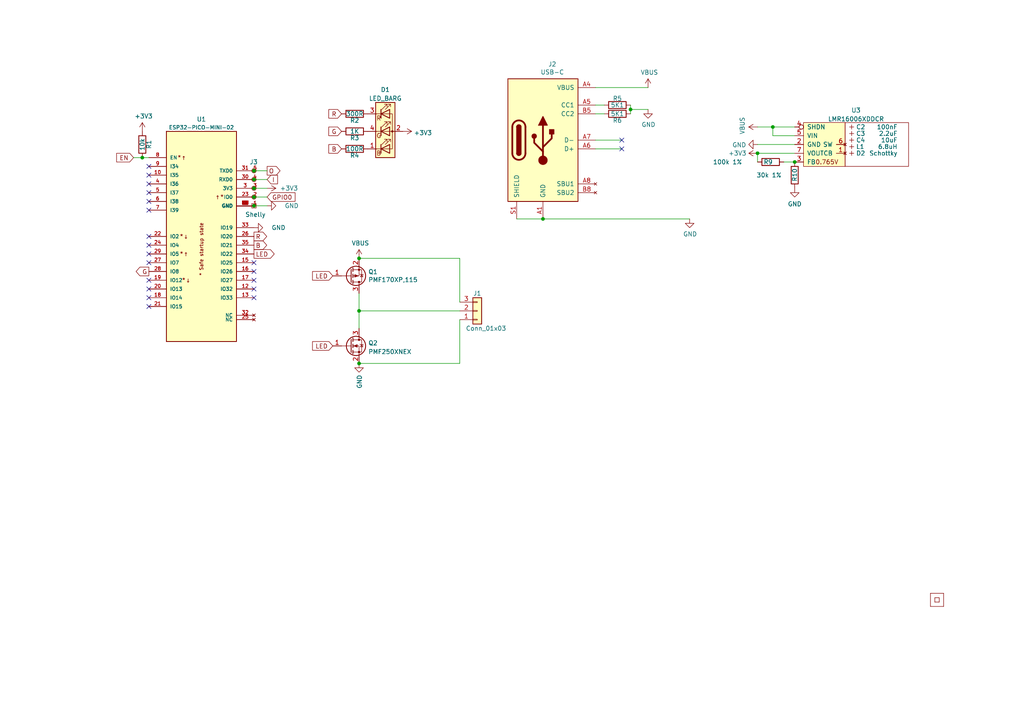
<source format=kicad_sch>
(kicad_sch (version 20211123) (generator eeschema)
  (paper "A4")
  (title_block (title "LED driver") (date "${DATE}") (rev "1") (comment 1 "@TheRealRevK") (comment 2 "www.me.uk"))
  (lib_symbols
    (symbol "Connector_Generic:Conn_01x03" (pin_names (offset 1.016) hide)
      (property "Reference" "J" (at 0 5.08 0))
      (property "Value" "Conn_01x03" (at 0 -5.08 0))
      (symbol "Conn_01x03_1_1"
        (rectangle (start -1.27 -2.413) (end 0 -2.667) (stroke (width 0.1524)))
        (rectangle (start -1.27 0.127) (end 0 -0.127) (stroke (width 0.1524)))
        (rectangle (start -1.27 2.667) (end 0 2.413) (stroke (width 0.1524)))
        (rectangle (start -1.27 3.81) (end 1.27 -3.81) (stroke (width 0.254)) (fill (type background)))
        (pin passive line (at -5.08 2.54 0) (length 3.81) (name "Pin_1") (number "1"))
        (pin passive line (at -5.08 0 0) (length 3.81) (name "Pin_2") (number "2"))
        (pin passive line (at -5.08 -2.54 0) (length 3.81) (name "Pin_3") (number "3"))
      )
    )
    (symbol "Device:LED_BARG" (pin_names (offset 0) hide)
      (property "Reference" "D" (at 0 9.398 0))
      (property "Value" "LED_BARG" (at 0 -8.89 0))
      (symbol "LED_BARG_0_0"
        (text "B" (at -1.905 -6.35 0) (effects (font (size 1.27 1.27))))
        (text "G" (at -1.905 -1.27 0) (effects (font (size 1.27 1.27))))
        (text "R" (at -1.905 3.81 0) (effects (font (size 1.27 1.27))))
      )
      (symbol "LED_BARG_0_1"
        (polyline (pts (xy -1.27 -5.08) (xy -2.54 -5.08)))
        (polyline (pts (xy -1.27 -5.08) (xy 1.27 -5.08)))
        (polyline (pts (xy -1.27 -3.81) (xy -1.27 -6.35)) (stroke (width 0.254)))
        (polyline (pts (xy -1.27 0) (xy -2.54 0)))
        (polyline (pts (xy -1.27 1.27) (xy -1.27 -1.27)) (stroke (width 0.254)))
        (polyline (pts (xy -1.27 5.08) (xy -2.54 5.08)))
        (polyline (pts (xy -1.27 5.08) (xy 1.27 5.08)))
        (polyline (pts (xy -1.27 6.35) (xy -1.27 3.81)) (stroke (width 0.254)))
        (polyline (pts (xy 1.27 0) (xy -1.27 0)))
        (polyline (pts (xy 1.27 0) (xy 2.54 0)))
        (polyline (pts (xy -1.27 1.27) (xy -1.27 -1.27) (xy -1.27 -1.27)))
        (polyline (pts (xy -1.27 6.35) (xy -1.27 3.81) (xy -1.27 3.81)))
        (polyline (pts (xy 1.27 -5.08) (xy 2.032 -5.08) (xy 2.032 5.08) (xy 1.27 5.08)))
        (polyline (pts (xy 1.27 -3.81) (xy 1.27 -6.35) (xy -1.27 -5.08) (xy 1.27 -3.81)) (stroke (width 0.254)))
        (polyline (pts (xy 1.27 1.27) (xy 1.27 -1.27) (xy -1.27 0) (xy 1.27 1.27)) (stroke (width 0.254)))
        (polyline (pts (xy 1.27 6.35) (xy 1.27 3.81) (xy -1.27 5.08) (xy 1.27 6.35)) (stroke (width 0.254)))
        (polyline (pts (xy -1.016 -3.81) (xy 0.508 -2.286) (xy -0.254 -2.286) (xy 0.508 -2.286) (xy 0.508 -3.048)))
        (polyline (pts (xy -1.016 1.27) (xy 0.508 2.794) (xy -0.254 2.794) (xy 0.508 2.794) (xy 0.508 2.032)))
        (polyline (pts (xy -1.016 6.35) (xy 0.508 7.874) (xy -0.254 7.874) (xy 0.508 7.874) (xy 0.508 7.112)))
        (polyline (pts (xy 0 -3.81) (xy 1.524 -2.286) (xy 0.762 -2.286) (xy 1.524 -2.286) (xy 1.524 -3.048)))
        (polyline (pts (xy 0 1.27) (xy 1.524 2.794) (xy 0.762 2.794) (xy 1.524 2.794) (xy 1.524 2.032)))
        (polyline (pts (xy 0 6.35) (xy 1.524 7.874) (xy 0.762 7.874) (xy 1.524 7.874) (xy 1.524 7.112)))
        (rectangle (start 1.27 -1.27) (end 1.27 1.27))
        (rectangle (start 1.27 1.27) (end 1.27 1.27))
        (rectangle (start 1.27 3.81) (end 1.27 6.35))
        (rectangle (start 1.27 6.35) (end 1.27 6.35))
        (circle (center 2.032 0) (radius 0.254) (fill (type outline)))
        (rectangle (start 2.794 8.382) (end -2.794 -7.62) (stroke (width 0.254)) (fill (type background)))
      )
      (symbol "LED_BARG_1_1"
        (pin passive line (at -5.08 -5.08 0) (length 2.54) (name "BK") (number "1"))
        (pin passive line (at 5.08 0 180) (length 2.54) (name "A") (number "2"))
        (pin passive line (at -5.08 5.08 0) (length 2.54) (name "RK") (number "3"))
        (pin passive line (at -5.08 0 0) (length 2.54) (name "GK") (number "4"))
      )
    )
    (symbol "Device:Q_PMOS_GSD" (pin_names (offset 0) hide)
      (property "Reference" "Q" (at 5.08 1.27 0))
      (property "Value" "Q_PMOS_GSD" (at 5.08 -1.27 0))
      (symbol "Q_PMOS_GSD_0_1"
        (polyline (pts (xy 0.254 0) (xy -2.54 0)))
        (polyline (pts (xy 0.254 1.905) (xy 0.254 -1.905)) (stroke (width 0.254)))
        (polyline (pts (xy 0.762 -1.27) (xy 0.762 -2.286)) (stroke (width 0.254)))
        (polyline (pts (xy 0.762 0.508) (xy 0.762 -0.508)) (stroke (width 0.254)))
        (polyline (pts (xy 0.762 2.286) (xy 0.762 1.27)) (stroke (width 0.254)))
        (polyline (pts (xy 2.54 2.54) (xy 2.54 1.778)))
        (polyline (pts (xy 2.54 -2.54) (xy 2.54 0) (xy 0.762 0)))
        (polyline (pts (xy 0.762 1.778) (xy 3.302 1.778) (xy 3.302 -1.778) (xy 0.762 -1.778)))
        (polyline (pts (xy 2.286 0) (xy 1.27 0.381) (xy 1.27 -0.381) (xy 2.286 0)) (fill (type outline)))
        (polyline (pts (xy 2.794 -0.508) (xy 2.921 -0.381) (xy 3.683 -0.381) (xy 3.81 -0.254)))
        (polyline (pts (xy 3.302 -0.381) (xy 2.921 0.254) (xy 3.683 0.254) (xy 3.302 -0.381)))
        (circle (center 1.651 0) (radius 2.794) (stroke (width 0.254)))
        (circle (center 2.54 -1.778) (radius 0.254) (fill (type outline)))
        (circle (center 2.54 1.778) (radius 0.254) (fill (type outline)))
      )
      (symbol "Q_PMOS_GSD_1_1"
        (pin input line (at -5.08 0 0) (length 2.54) (name "G") (number "1"))
        (pin passive line (at 2.54 -5.08 90) (length 2.54) (name "S") (number "2"))
        (pin passive line (at 2.54 5.08 270) (length 2.54) (name "D") (number "3"))
      )
    )
    (symbol "Device:R" (pin_numbers hide) (pin_names (offset 0))
      (property "Reference" "R" (at 2.032 0 90))
      (property "Value" "R" (at 0 0 90))
      (symbol "R_0_1"
        (rectangle (start -1.016 -2.54) (end 1.016 2.54) (stroke (width 0.254)))
      )
      (symbol "R_1_1"
        (pin passive line (at 0 3.81 270) (length 1.27) (name "~") (number "1"))
        (pin passive line (at 0 -3.81 90) (length 1.27) (name "~") (number "2"))
      )
    )
    (symbol "RevK:ESP32-PICO-MINI-02" (pin_names (offset 1.016))
      (property "Reference" "U" (at -10.16 -33.02 0))
      (property "Value" "ESP32-PICO-MINI-02" (at 0 27.94 0))
      (property "LCSC Part #" "C2980306" (at 0 0 0))
      (symbol "ESP32-PICO-MINI-02_0_0"
        (rectangle (start -10.16 -30.48) (end 10.16 30.48) (stroke (width 0.254)) (fill (type background)))
        (text "* Safe startup state" (at 0 -11.43 900) (effects (font (size 1 1)) (justify left)))
        (text "*↑" (at -6.985 22.86 0) (effects (font (size 1.27 1.27)) (justify left)))
        (text "*↑" (at -6.35 -5.08 0) (effects (font (size 1.27 1.27)) (justify left)))
        (text "*↓" (at -6.35 0 0) (effects (font (size 1.27 1.27)) (justify left)))
        (text "*↓" (at -5.715 -12.7 0) (effects (font (size 1.27 1.27)) (justify left)))
        (text "↑*" (at 3.81 11.43 0) (effects (font (size 1.27 1.27)) (justify left)))
        (pin power_in line (at 15.24 8.89 180) (length 5.08) (name "GND") (number "1"))
        (pin input line (at -15.24 17.78 0) (length 5.08) (name "I35") (number "10"))
        (pin power_in line (at 15.24 8.89 180) (length 5.08) (name "GND") (number "11"))
        (pin bidirectional line (at 15.24 -15.24 180) (length 5.08) (name "IO32") (number "12"))
        (pin bidirectional line (at 15.24 -17.78 180) (length 5.08) (name "IO33") (number "13"))
        (pin power_in line (at 15.24 8.89 180) (length 5.08) (name "GND") (number "14"))
        (pin bidirectional line (at 15.24 -7.62 180) (length 5.08) (name "IO25") (number "15"))
        (pin bidirectional line (at 15.24 -10.16 180) (length 5.08) (name "IO26") (number "16"))
        (pin bidirectional line (at 15.24 -12.7 180) (length 5.08) (name "IO27") (number "17"))
        (pin bidirectional line (at -15.24 -17.78 0) (length 5.08) (name "IO14") (number "18"))
        (pin bidirectional line (at -15.24 -12.7 0) (length 5.08) (name "IO12") (number "19"))
        (pin power_in line (at 15.24 8.89 180) (length 5.08) (name "GND") (number "2"))
        (pin bidirectional line (at -15.24 -15.24 0) (length 5.08) (name "IO13") (number "20"))
        (pin bidirectional line (at -15.24 -20.32 0) (length 5.08) (name "IO15") (number "21"))
        (pin bidirectional line (at -15.24 0 0) (length 5.08) (name "IO2") (number "22"))
        (pin bidirectional line (at 15.24 11.43 180) (length 5.08) (name "IO0") (number "23"))
        (pin bidirectional line (at -15.24 -2.54 0) (length 5.08) (name "IO4") (number "24"))
        (pin no_connect line (at 15.24 -24.13 180) (length 5.08) (name "NC") (number "25"))
        (pin bidirectional line (at 15.24 0 180) (length 5.08) (name "IO20") (number "26"))
        (pin bidirectional line (at -15.24 -7.62 0) (length 5.08) (name "IO7") (number "27"))
        (pin bidirectional line (at -15.24 -10.16 0) (length 5.08) (name "IO8") (number "28"))
        (pin bidirectional line (at -15.24 -5.08 0) (length 5.08) (name "IO5") (number "29"))
        (pin power_in line (at 15.24 13.97 180) (length 5.08) (name "3V3") (number "3"))
        (pin bidirectional line (at 15.24 16.51 180) (length 5.08) (name "RXD0") (number "30"))
        (pin bidirectional line (at 15.24 19.05 180) (length 5.08) (name "TXD0") (number "31"))
        (pin no_connect line (at 15.24 -22.86 180) (length 5.08) (name "NC") (number "32"))
        (pin bidirectional line (at 15.24 2.54 180) (length 5.08) (name "IO19") (number "33"))
        (pin bidirectional line (at 15.24 -5.08 180) (length 5.08) (name "IO22") (number "34"))
        (pin bidirectional line (at 15.24 -2.54 180) (length 5.08) (name "IO21") (number "35"))
        (pin power_in line (at 15.24 8.89 180) (length 5.08) (name "GND") (number "36"))
        (pin power_in line (at 15.24 8.89 180) (length 5.08) (name "GND") (number "37"))
        (pin power_in line (at 15.24 8.89 180) (length 5.08) (name "GND") (number "38"))
        (pin power_in line (at 15.24 8.89 180) (length 5.08) (name "GND") (number "39"))
        (pin input line (at -15.24 15.24 0) (length 5.08) (name "I36") (number "4"))
        (pin power_in line (at 15.24 8.89 180) (length 5.08) (name "GND") (number "40"))
        (pin power_in line (at 15.24 8.89 180) (length 5.08) (name "GND") (number "41"))
        (pin power_in line (at 15.24 8.89 180) (length 5.08) (name "GND") (number "42"))
        (pin power_in line (at 15.24 8.89 180) (length 5.08) (name "GND") (number "43"))
        (pin power_in line (at 15.24 8.89 180) (length 5.08) (name "GND") (number "44"))
        (pin power_in line (at 15.24 8.89 180) (length 5.08) (name "GND") (number "45"))
        (pin power_in line (at 15.24 8.89 180) (length 5.08) (name "GND") (number "46"))
        (pin power_in line (at 15.24 8.89 180) (length 5.08) (name "GND") (number "47"))
        (pin power_in line (at 15.24 8.89 180) (length 5.08) (name "GND") (number "48"))
        (pin power_in line (at 15.24 8.89 180) (length 5.08) (name "GND") (number "49"))
        (pin input line (at -15.24 12.7 0) (length 5.08) (name "I37") (number "5"))
        (pin power_in line (at 15.24 8.89 180) (length 5.08) (name "GND") (number "50"))
        (pin power_in line (at 15.24 8.89 180) (length 5.08) (name "GND") (number "51"))
        (pin power_in line (at 15.24 8.89 180) (length 5.08) (name "GND") (number "52"))
        (pin power_in line (at 15.24 8.89 180) (length 5.08) (name "GND") (number "53"))
        (pin input line (at -15.24 10.16 0) (length 5.08) (name "I38") (number "6"))
        (pin input line (at -15.24 7.62 0) (length 5.08) (name "I39") (number "7"))
        (pin input line (at -15.24 22.86 0) (length 5.08) (name "EN") (number "8"))
        (pin input line (at -15.24 20.32 0) (length 5.08) (name "I34") (number "9"))
      )
    )
    (symbol "RevK:Hidden" (pin_names (offset 1.016))
      (property "Reference" "Z" (at 0.635 0 0))
      (property "Value" "Hidden" (at 4.445 0 0))
      (symbol "Hidden_0_1"
        (polyline (pts (xy -0.635 0) (xy 0.635 0)) (stroke (width 0.1524)))
        (polyline (pts (xy 0 0.635) (xy 0 -0.635)) (stroke (width 0.1524)))
      )
      (symbol "Hidden_1_1"
        (pin no_connect non_logic (at 0 -2.54 90) (length 2.54) hide (name "~") (number "~"))
      )
    )
    (symbol "RevK:LMR16006XDDCR" (pin_names (offset 1.016))
      (property "Reference" "U" (at 11.43 2.54 0))
      (property "Value" "LMR16006XDDCR" (at 7.62 -12.7 0))
      (symbol "LMR16006XDDCR_0_0"
        (rectangle (start 2.54 1.27) (end 14.605 -11.43) (fill (type background)))
        (text "0.765V" (at 12.7 -10.16 0) (effects (font (size 1.27 1.27)) (justify right)))
      )
      (symbol "LMR16006XDDCR_0_1"
        (rectangle (start 14.605 1.27) (end 33.02 -11.43))
      )
      (symbol "LMR16006XDDCR_1_1"
        (pin no_connect line (at 14.605 -7.62 180) (length 2.54) (name "CB") (number "1"))
        (pin power_in line (at 0 -5.08 0) (length 2.54) (name "GND") (number "2"))
        (pin passive line (at 0 -10.16 0) (length 2.54) (name "FB") (number "3"))
        (pin input inverted (at 0 0 0) (length 2.54) (name "SHDN") (number "4"))
        (pin power_in line (at 0 -2.54 0) (length 2.54) (name "VIN") (number "5"))
        (pin no_connect line (at 14.605 -5.08 180) (length 2.54) (name "SW") (number "6"))
        (pin power_out line (at 0 -7.62 0) (length 2.54) (name "VOUT") (number "7"))
      )
    )
    (symbol "RevK:NX7002AK" (pin_names (offset 0) hide)
      (property "Reference" "Q" (at 5.08 1.27 0))
      (property "Value" "NX7002AK" (at 5.08 -1.27 0))
      (symbol "NX7002AK_0_1"
        (polyline (pts (xy 0.254 0) (xy -2.54 0)))
        (polyline (pts (xy 0.254 1.905) (xy 0.254 -1.905)) (stroke (width 0.254)))
        (polyline (pts (xy 0.762 -1.27) (xy 0.762 -2.286)) (stroke (width 0.254)))
        (polyline (pts (xy 0.762 0.508) (xy 0.762 -0.508)) (stroke (width 0.254)))
        (polyline (pts (xy 0.762 2.286) (xy 0.762 1.27)) (stroke (width 0.254)))
        (polyline (pts (xy 2.54 2.54) (xy 2.54 1.778)))
        (polyline (pts (xy 2.54 -2.54) (xy 2.54 0) (xy 0.762 0)))
        (polyline (pts (xy 0.762 -1.778) (xy 3.302 -1.778) (xy 3.302 1.778) (xy 0.762 1.778)))
        (polyline (pts (xy 1.016 0) (xy 2.032 0.381) (xy 2.032 -0.381) (xy 1.016 0)) (fill (type outline)))
        (polyline (pts (xy 2.794 0.508) (xy 2.921 0.381) (xy 3.683 0.381) (xy 3.81 0.254)))
        (polyline (pts (xy 3.302 0.381) (xy 2.921 -0.254) (xy 3.683 -0.254) (xy 3.302 0.381)))
        (circle (center 1.651 0) (radius 2.794) (stroke (width 0.254)))
        (circle (center 2.54 -1.778) (radius 0.254) (fill (type outline)))
        (circle (center 2.54 1.778) (radius 0.254) (fill (type outline)))
      )
      (symbol "NX7002AK_1_1"
        (pin input line (at -5.08 0 0) (length 2.54) (name "G") (number "1"))
        (pin passive line (at 2.54 -5.08 90) (length 2.54) (name "S") (number "2"))
        (pin passive line (at 2.54 5.08 270) (length 2.54) (name "D") (number "3"))
      )
    )
    (symbol "RevK:QR" (pin_names (offset 1.016)) (in_bom no)
      (symbol "QR_0_1"
        (rectangle (start -1.905 -1.905) (end -1.905 1.905))
        (rectangle (start -1.905 1.905) (end 1.905 1.905))
        (rectangle (start -0.635 -0.635) (end -0.635 0.635))
        (rectangle (start -0.635 0.635) (end 0.635 0.635))
        (rectangle (start 0.635 -0.635) (end -0.635 -0.635))
        (rectangle (start 0.635 0.635) (end 0.635 -0.635))
        (rectangle (start 1.905 -1.905) (end -1.905 -1.905))
        (rectangle (start 1.905 1.905) (end 1.905 -1.905))
      )
    )
    (symbol "RevK:Shelly" (in_bom no)
      (property "Reference" "J" (at 2.54 -8.255 0))
      (property "Value" "Shelly" (at 2.54 9.525 0))
      (symbol "Shelly_0_1"
        (circle (center 0 -2.54) (radius 0.635) (stroke (width 0.1524)))
        (circle (center 0 0) (radius 0.635) (stroke (width 0.1524)))
        (circle (center 0 2.54) (radius 0.635) (stroke (width 0.1524)))
        (circle (center 0 5.08) (radius 0.635) (stroke (width 0.1524)))
        (rectangle (start 0.635 -5.715) (end -0.635 -4.445) (stroke (width 0.1524)))
      )
      (symbol "Shelly_1_1"
        (pin passive line (at 0 -5.08 0) (length 0.64) (name "GND") (number "1"))
        (pin passive line (at 0 -2.54 0) (length 0.64) (name "0") (number "2"))
        (pin passive line (at 0 0 0) (length 0.64) (name "3V3") (number "3"))
        (pin passive line (at 0 2.54 0) (length 0.64) (name "Rx") (number "4"))
        (pin passive line (at 0 5.08 0) (length 0.64) (name "Tx") (number "5"))
      )
    )
    (symbol "RevK:USB-C" (pin_names (offset 1.016))
      (property "Reference" "J" (at -10.16 19.05 0))
      (property "Value" "USB-C" (at -7.62 15.24 0))
      (symbol "USB-C_0_1"
        (rectangle (start -10.16 17.78) (end 10.16 -17.78) (stroke (width 0.254)) (fill (type background)))
        (arc (start -8.89 -3.81) (mid -6.985 -5.715) (end -5.08 -3.81) (stroke (width 0.508)))
        (arc (start -7.62 -3.81) (mid -6.985 -4.445) (end -6.35 -3.81) (stroke (width 0.254)))
        (arc (start -7.62 -3.81) (mid -6.985 -4.445) (end -6.35 -3.81) (stroke (width 0.254)) (fill (type outline)))
        (rectangle (start -7.62 -3.81) (end -6.35 3.81) (stroke (width 0.254)) (fill (type outline)))
        (arc (start -6.35 3.81) (mid -6.985 4.445) (end -7.62 3.81) (stroke (width 0.254)))
        (arc (start -6.35 3.81) (mid -6.985 4.445) (end -7.62 3.81) (stroke (width 0.254)) (fill (type outline)))
        (arc (start -5.08 3.81) (mid -6.985 5.715) (end -8.89 3.81) (stroke (width 0.508)))
        (circle (center -2.54 1.143) (radius 0.635) (stroke (width 0.254)) (fill (type outline)))
        (circle (center 0 -5.842) (radius 1.27) (fill (type outline)))
        (polyline (pts (xy -8.89 -3.81) (xy -8.89 3.81)) (stroke (width 0.508)))
        (polyline (pts (xy -5.08 3.81) (xy -5.08 -3.81)) (stroke (width 0.508)))
        (polyline (pts (xy 0 -5.842) (xy 0 4.318)) (stroke (width 0.508)))
        (polyline (pts (xy 0 -3.302) (xy -2.54 -0.762) (xy -2.54 0.508)) (stroke (width 0.508)))
        (polyline (pts (xy 0 -2.032) (xy 2.54 0.508) (xy 2.54 1.778)) (stroke (width 0.508)))
        (polyline (pts (xy -1.27 4.318) (xy 0 6.858) (xy 1.27 4.318) (xy -1.27 4.318)) (stroke (width 0.254)) (fill (type outline)))
        (rectangle (start 1.905 1.778) (end 3.175 3.048) (stroke (width 0.254)) (fill (type outline)))
      )
      (symbol "USB-C_1_1"
        (pin power_out line (at 0 -22.86 90) (length 5.08) (name "GND") (number "A1"))
        (pin passive line (at 0 -22.86 90) (length 5.08) hide (name "GND") (number "A12"))
        (pin power_out line (at 15.24 15.24 180) (length 5.08) (name "VBUS") (number "A4"))
        (pin bidirectional line (at 15.24 10.16 180) (length 5.08) (name "CC1") (number "A5"))
        (pin bidirectional line (at 15.24 -2.54 180) (length 5.08) (name "D+") (number "A6"))
        (pin bidirectional line (at 15.24 0 180) (length 5.08) (name "D-") (number "A7"))
        (pin no_connect line (at 15.24 -12.7 180) (length 5.08) (name "SBU1") (number "A8"))
        (pin passive line (at 15.24 15.24 180) (length 5.08) hide (name "VBUS") (number "A9"))
        (pin passive line (at 0 -22.86 90) (length 5.08) hide (name "GND") (number "B1"))
        (pin passive line (at 0 -22.86 90) (length 5.08) hide (name "GND") (number "B12"))
        (pin passive line (at 15.24 15.24 180) (length 5.08) hide (name "VBUS") (number "B4"))
        (pin bidirectional line (at 15.24 7.62 180) (length 5.08) (name "CC2") (number "B5"))
        (pin bidirectional line (at 15.24 -2.54 180) (length 5.08) hide (name "D+") (number "B6"))
        (pin bidirectional line (at 15.24 0 180) (length 5.08) hide (name "D-") (number "B7"))
        (pin no_connect line (at 15.24 -15.24 180) (length 5.08) (name "SBU2") (number "B8"))
        (pin passive line (at 15.24 15.24 180) (length 5.08) hide (name "VBUS") (number "B9"))
        (pin passive line (at -7.62 -22.86 90) (length 5.08) (name "SHIELD") (number "S1"))
      )
    )
    (symbol "power:+3.3V" (power) (pin_names (offset 0))
      (property "Value" "+3.3V" (at 0 3.556 0))
      (symbol "+3.3V_0_1"
        (polyline (pts (xy -0.762 1.27) (xy 0 2.54)))
        (polyline (pts (xy 0 0) (xy 0 2.54)))
        (polyline (pts (xy 0 2.54) (xy 0.762 1.27)))
      )
      (symbol "+3.3V_1_1"
        (pin power_in line (at 0 0 90) (length 0) hide (name "+3V3") (number "1"))
      )
    )
    (symbol "power:GND" (power) (pin_names (offset 0))
      (property "Value" "GND" (at 0 -3.81 0))
      (symbol "GND_0_1"
        (polyline (pts (xy 0 0) (xy 0 -1.27) (xy 1.27 -1.27) (xy 0 -2.54) (xy -1.27 -1.27) (xy 0 -1.27)))
      )
      (symbol "GND_1_1"
        (pin power_in line (at 0 0 270) (length 0) hide (name "GND") (number "1"))
      )
    )
    (symbol "power:VBUS" (power) (pin_names (offset 0))
      (property "Value" "VBUS" (at 0 3.81 0))
      (symbol "VBUS_0_1"
        (polyline (pts (xy -0.762 1.27) (xy 0 2.54)))
        (polyline (pts (xy 0 0) (xy 0 2.54)))
        (polyline (pts (xy 0 2.54) (xy 0.762 1.27)))
      )
      (symbol "VBUS_1_1"
        (pin power_in line (at 0 0 90) (length 0) hide (name "VBUS") (number "1"))
      )
    )
  )
  (junction (at 73.66 54.61))
  (junction (at 219.71 44.45))
  (junction (at 230.505 46.99))
  (junction (at 73.66 57.15))
  (junction (at 73.66 52.07))
  (junction (at 73.66 49.53))
  (junction (at 104.14 90.17))
  (junction (at 41.275 45.72))
  (junction (at 157.48 63.5))
  (junction (at 224.155 36.83))
  (junction (at 182.88 31.75))
  (junction (at 73.66 59.69))
  (junction (at 104.14 74.93))
  (junction (at 104.14 105.41))
  (no_connect (at 43.18 71.12))
  (no_connect (at 180.34 43.18))
  (no_connect (at 43.18 76.2))
  (no_connect (at 180.34 40.64))
  (no_connect (at 73.66 76.2))
  (no_connect (at 43.18 86.36))
  (no_connect (at 43.18 81.28))
  (no_connect (at 43.18 73.66))
  (no_connect (at 43.18 53.34))
  (no_connect (at 43.18 50.8))
  (no_connect (at 43.18 48.26))
  (no_connect (at 73.66 78.74))
  (no_connect (at 73.66 81.28))
  (no_connect (at 43.18 60.96))
  (no_connect (at 43.18 68.58))
  (no_connect (at 73.66 86.36))
  (no_connect (at 43.18 88.9))
  (no_connect (at 43.18 55.88))
  (no_connect (at 43.18 58.42))
  (no_connect (at 43.18 83.82))
  (no_connect (at 73.66 83.82))
  (wire (pts (xy 133.35 90.17) (xy 104.14 90.17)))
  (wire (pts (xy 41.275 45.72) (xy 43.18 45.72)))
  (wire (pts (xy 182.88 31.75) (xy 182.88 33.02)))
  (wire (pts (xy 227.33 46.99) (xy 230.505 46.99)))
  (wire (pts (xy 219.71 44.45) (xy 230.505 44.45)))
  (wire (pts (xy 219.71 44.45) (xy 219.71 46.99)))
  (wire (pts (xy 73.66 52.07) (xy 77.47 52.07)))
  (wire (pts (xy 157.48 63.5) (xy 200.025 63.5)))
  (wire (pts (xy 224.155 39.37) (xy 230.505 39.37)))
  (wire (pts (xy 38.735 45.72) (xy 41.275 45.72)))
  (wire (pts (xy 133.35 74.93) (xy 133.35 87.63)))
  (wire (pts (xy 73.66 54.61) (xy 77.47 54.61)))
  (wire (pts (xy 104.14 74.93) (xy 133.35 74.93)))
  (wire (pts (xy 133.35 105.41) (xy 133.35 92.71)))
  (wire (pts (xy 224.155 36.83) (xy 224.155 39.37)))
  (wire (pts (xy 219.71 41.91) (xy 230.505 41.91)))
  (wire (pts (xy 149.86 63.5) (xy 157.48 63.5)))
  (wire (pts (xy 172.72 40.64) (xy 180.34 40.64)))
  (wire (pts (xy 219.71 36.83) (xy 224.155 36.83)))
  (wire (pts (xy 187.96 31.75) (xy 182.88 31.75)))
  (wire (pts (xy 73.66 49.53) (xy 77.47 49.53)))
  (wire (pts (xy 73.66 57.15) (xy 77.47 57.15)))
  (wire (pts (xy 73.66 59.69) (xy 77.47 59.69)))
  (wire (pts (xy 182.88 30.48) (xy 182.88 31.75)))
  (wire (pts (xy 104.14 105.41) (xy 133.35 105.41)))
  (wire (pts (xy 172.72 30.48) (xy 175.26 30.48)))
  (wire (pts (xy 224.155 36.83) (xy 230.505 36.83)))
  (wire (pts (xy 172.72 33.02) (xy 175.26 33.02)))
  (wire (pts (xy 104.14 90.17) (xy 104.14 95.25)))
  (wire (pts (xy 172.72 43.18) (xy 180.34 43.18)))
  (wire (pts (xy 104.14 85.09) (xy 104.14 90.17)))
  (wire (pts (xy 172.72 25.4) (xy 187.96 25.4)))
  (global_label "LED" (shape input) (at 96.52 80.01 180) (property "Intersheet References" "${INTERSHEET_REFS}" (effects hide)))
  (global_label "O" (shape output) (at 77.47 49.53 0) (property "Intersheet References" "${INTERSHEET_REFS}" (effects hide)))
  (global_label "B" (shape input) (at 99.06 43.18 180) (property "Intersheet References" "${INTERSHEET_REFS}" (effects hide)))
  (global_label "EN" (shape input) (at 38.735 45.72 180) (property "Intersheet References" "${INTERSHEET_REFS}" (effects hide)))
  (global_label "G" (shape input) (at 99.06 38.1 180) (property "Intersheet References" "${INTERSHEET_REFS}" (effects hide)))
  (global_label "G" (shape output) (at 43.18 78.74 180) (property "Intersheet References" "${INTERSHEET_REFS}" (effects hide)))
  (global_label "LED" (shape input) (at 96.52 100.33 180) (property "Intersheet References" "${INTERSHEET_REFS}" (effects hide)))
  (global_label "I" (shape input) (at 77.47 52.07 0) (property "Intersheet References" "${INTERSHEET_REFS}" (effects hide)))
  (global_label "R" (shape input) (at 99.06 33.02 180) (property "Intersheet References" "${INTERSHEET_REFS}" (effects hide)))
  (global_label "R" (shape output) (at 73.66 68.58 0) (property "Intersheet References" "${INTERSHEET_REFS}" (effects hide)))
  (global_label "LED" (shape output) (at 73.66 73.66 0) (property "Intersheet References" "${INTERSHEET_REFS}" (effects hide)))
  (global_label "B" (shape output) (at 73.66 71.12 0) (property "Intersheet References" "${INTERSHEET_REFS}" (effects hide)))
  (global_label "GPIO0" (shape input) (at 77.47 57.15 0) (property "Intersheet References" "${INTERSHEET_REFS}" (effects hide)))
  (symbol (lib_id "Device:R") (at 179.07 30.48 90) (unit 1)
    (property "Reference" "R5" (at 179.07 28.575 90))
    (property "Value" "5K1" (at 179.07 30.48 90))
    (property "Footprint" "RevK:R_0603" (effects hide))
  )
  (symbol (lib_id "power:VBUS") (at 187.96 25.4 0) (unit 1)
    (property "Reference" "#PWR010" (effects hide))
    (property "Value" "VBUS" (at 188.341 21.0058 0))
  )
  (symbol (lib_id "power:+3.3V") (at 77.47 54.61 270) (unit 1)
    (property "Reference" "#PWR04" (effects hide))
    (property "Value" "+3.3V" (at 83.82 54.61 90))
  )
  (symbol (lib_id "power:GND") (at 187.96 31.75 0) (unit 1)
    (property "Reference" "#PWR011" (effects hide))
    (property "Value" "GND" (at 188.087 36.1442 0))
  )
  (symbol (lib_id "power:GND") (at 200.025 63.5 0) (unit 1)
    (property "Reference" "#PWR012" (effects hide))
    (property "Value" "GND" (at 200.152 67.8942 0))
  )
  (symbol (lib_id "Device:R") (at 179.07 33.02 270) (unit 1)
    (property "Reference" "R6" (at 179.07 34.925 90))
    (property "Value" "5K1" (at 179.07 33.02 90))
    (property "Footprint" "RevK:R_0603" (effects hide))
  )
  (symbol (lib_id "power:GND") (at 77.47 59.69 90) (unit 1)
    (property "Reference" "#PWR05" (effects hide))
    (property "Value" "GND" (at 82.55 59.69 90) (effects (justify right)))
  )
  (symbol (lib_id "RevK:USB-C") (at 157.48 40.64 0) (unit 1)
    (property "Reference" "J2" (at 160.1978 18.6182 0))
    (property "Value" "USB-C" (at 160.1978 20.9296 0))
    (property "Footprint" "RevK:USC16-TR" (effects hide))
    (property "Datasheet" "https://www.usb.org/sites/default/files/documents/usb_type-c.zip" (effects hide))
    (property "Manufacturer" "Valcon" (effects hide))
    (property "Part No" "CSP-USC16-TR" (effects hide))
    (property "Order URL" "https://www.toby.co.uk/signal-to-board-connectors/usb-connectors/csp-usc16-tr-valcon-usb-type-c-surface-mount-pcb-socket/" (effects hide))
  )
  (symbol (lib_id "RevK:NX7002AK") (at 101.6 100.33 0) (unit 1)
    (property "Reference" "Q2" (at 106.807 99.4953 0) (effects (justify left)))
    (property "Value" "PMF250XNEX" (at 106.807 102.0322 0) (effects (justify left)))
    (property "Footprint" "RevK:SOT-323_SC-70" (effects hide))
  )
  (symbol (lib_id "Device:Q_PMOS_GSD") (at 101.6 80.01 0) (mirror x) (unit 1)
    (property "Reference" "Q1" (at 106.807 78.8416 0) (effects (justify left)))
    (property "Value" "PMF170XP,115" (at 106.807 81.153 0) (effects (justify left)))
    (property "Footprint" "RevK:SOT-323_SC-70" (effects hide))
    (property "Note" "Any P-Channel SOT323 that does 3.3V/0.5A" (effects hide))
  )
  (symbol (lib_id "RevK:Hidden") (at 247.015 42.545 0) (unit 1)
    (property "Reference" "L1" (at 248.285 42.545 0) (effects (justify left)))
    (property "Value" "6.8uH" (at 260.35 42.545 0) (effects (justify right)))
    (property "Footprint" "RevK:L_4x4_" (effects hide))
    (property "LCSC Part #" "C354575" (effects hide))
  )
  (symbol (lib_id "power:VBUS") (at 104.14 74.93 0) (unit 1)
    (property "Reference" "#PWR0106" (effects hide))
    (property "Value" "VBUS" (at 104.521 70.5358 0))
  )
  (symbol (lib_id "Device:R") (at 102.87 38.1 270) (unit 1)
    (property "Reference" "R3" (at 102.87 40.005 90))
    (property "Value" "1K" (at 102.87 38.1 90))
    (property "Footprint" "RevK:R_0603" (effects hide))
    (property "Part No" "0603-2K" (effects hide))
  )
  (symbol (lib_id "Device:R") (at 41.275 41.91 0) (unit 1)
    (property "Reference" "R1" (at 43.18 41.91 90))
    (property "Value" "10k" (at 41.275 41.91 90))
    (property "Footprint" "RevK:R_0603" (effects hide))
  )
  (symbol (lib_id "RevK:QR") (at 271.78 173.99 0) (unit 1) (in_bom no)
    (property "Reference" "U2" (effects hide))
    (property "Value" "QR" (effects hide))
    (property "Footprint" "RevK:QR-LED" (effects hide))
    (property "Note" "Non part, PCB printed" (effects hide))
  )
  (symbol (lib_id "Device:R") (at 102.87 33.02 270) (unit 1)
    (property "Reference" "R2" (at 102.87 34.925 90))
    (property "Value" "300R" (at 102.87 33.02 90))
    (property "Footprint" "RevK:R_0603" (effects hide))
    (property "Part No" "0603-680R" (effects hide))
  )
  (symbol (lib_id "Device:R") (at 102.87 43.18 270) (unit 1)
    (property "Reference" "R4" (at 102.87 45.085 90))
    (property "Value" "100R" (at 102.87 43.18 90))
    (property "Footprint" "RevK:R_0603" (effects hide))
    (property "Part No" "0603-220R" (effects hide))
  )
  (symbol (lib_id "RevK:Shelly") (at 73.66 54.61 0) (unit 1) (in_bom no)
    (property "Reference" "J3" (at 72.39 46.99 0) (effects (justify left)))
    (property "Value" "Shelly" (at 71.12 62.23 0) (effects (justify left)))
    (property "Footprint" "RevK:Shelly" (effects hide))
  )
  (symbol (lib_id "Device:R") (at 230.505 50.8 180) (unit 1)
    (property "Reference" "R10" (at 230.505 52.705 90) (effects (justify right)))
    (property "Value" "30k 1%" (at 226.695 50.8 0) (effects (justify left)))
    (property "Footprint" "RevK:R_0603" (effects hide))
    (property "LCSC Part #" "C100001" (effects hide))
  )
  (symbol (lib_id "power:+3.3V") (at 116.84 38.1 270) (unit 1)
    (property "Reference" "#PWR0101" (effects hide))
    (property "Value" "+3.3V" (at 120.015 38.5338 90) (effects (justify left)))
  )
  (symbol (lib_id "RevK:Hidden") (at 247.015 44.45 0) (unit 1)
    (property "Reference" "D2" (at 248.285 44.45 0) (effects (justify left)))
    (property "Value" "Schottky" (at 260.35 44.45 0) (effects (justify right)))
    (property "Footprint" "RevK:D_1206_" (effects hide))
    (property "Datasheet" "https://www.mouser.co.uk/datasheet/2/54/CD1206-B220_B2100-777245.pdf" (effects hide))
    (property "Manufacturer" "Bourns" (effects hide))
    (property "LCSC Part #" "C143805" (effects hide))
    (property "JLCPCB Rotation Offset" "0" (effects hide))
  )
  (symbol (lib_id "power:+3.3V") (at 219.71 44.45 90) (unit 1)
    (property "Reference" "#PWR0104" (effects hide))
    (property "Value" "+3.3V" (at 216.535 44.45 90) (effects (justify left)))
  )
  (symbol (lib_id "power:GND") (at 230.505 54.61 0) (unit 1)
    (property "Reference" "#PWR0102" (effects hide))
    (property "Value" "GND" (at 230.505 59.1725 0))
  )
  (symbol (lib_id "RevK:LMR16006XDDCR") (at 230.505 36.83 0) (unit 1)
    (property "Reference" "U3" (at 248.285 31.9872 0))
    (property "Value" "LMR16006XDDCR" (at 248.285 34.5241 0))
    (property "Footprint" "RevK:SOT-23-Thin-6-Reg" (effects hide))
    (property "Manufacturer" "TI" (effects hide))
    (property "Part No" "LMR16006XDDCR" (effects hide))
    (property "LCSC Part #" "C87080" (effects hide))
    (property "JLCPCB Rotation Offset" "90" (effects hide))
  )
  (symbol (lib_id "RevK:Hidden") (at 247.015 38.735 0) (unit 1)
    (property "Reference" "C3" (at 248.285 38.735 0) (effects (justify left)))
    (property "Value" "2.2uF" (at 260.35 38.735 0) (effects (justify right)))
    (property "Footprint" "RevK:C_0805_" (effects hide))
    (property "LCSC Part #" "C19110" (effects hide))
  )
  (symbol (lib_id "RevK:ESP32-PICO-MINI-02") (at 58.42 68.58 0) (unit 1)
    (property "Reference" "U1" (at 58.42 34.5898 0))
    (property "Value" "ESP32-PICO-MINI-02" (at 58.42 36.9739 0) (effects (font (size 1.1 1.1))))
    (property "Footprint" "RevK:ESP32-PICO-MINI-02" (effects hide))
    (property "MANUFACTURER" "Espressif" (effects hide))
    (property "MAXIMUM_PACKAGE_HEIGHT" "2.55mm" (effects hide))
    (property "PARTREV" "v1.0" (effects hide))
    (property "STANDARD" "Manufacturer Recommendations" (effects hide))
    (property "LCSC Part #" "C2980306" (effects hide))
  )
  (symbol (lib_id "power:+3.3V") (at 41.275 38.1 0) (unit 1)
    (property "Reference" "#PWR01" (effects hide))
    (property "Value" "+3.3V" (at 41.656 33.7058 0))
  )
  (symbol (lib_id "Connector_Generic:Conn_01x03") (at 138.43 90.17 0) (mirror x) (unit 1)
    (property "Reference" "J1" (at 138.43 85.09 0))
    (property "Value" "Conn_01x03" (at 140.97 95.25 0))
    (property "Footprint" "RevK:PTSM-HH-3-RA" (effects hide))
  )
  (symbol (lib_id "Device:R") (at 223.52 46.99 90) (unit 1)
    (property "Reference" "R9" (at 224.155 46.99 90) (effects (justify left)))
    (property "Value" "100k 1%" (at 215.265 46.99 90) (effects (justify left)))
    (property "Footprint" "RevK:R_0603" (effects hide))
    (property "LCSC Part #" "C14675" (effects hide))
  )
  (symbol (lib_id "RevK:Hidden") (at 247.015 40.64 0) (unit 1)
    (property "Reference" "C4" (at 248.285 40.64 0) (effects (justify left)))
    (property "Value" "10uF" (at 260.35 40.64 0) (effects (justify right)))
    (property "Footprint" "RevK:C_0805_" (effects hide))
    (property "LCSC Part #" "C17024" (effects hide))
  )
  (symbol (lib_id "RevK:Hidden") (at 247.015 36.83 0) (unit 1)
    (property "Reference" "C2" (at 248.285 36.83 0) (effects (justify left)))
    (property "Value" "100nF" (at 260.35 36.83 0) (effects (justify right)))
    (property "Footprint" "RevK:C_0603_" (effects hide))
    (property "Note" "X7R or X5R 0603" (effects hide))
    (property "LCSC Part #" "C30926" (effects hide))
  )
  (symbol (lib_id "power:GND") (at 104.14 105.41 0) (unit 1)
    (property "Reference" "#PWR0107" (effects hide))
    (property "Value" "GND" (at 104.267 108.6612 90) (effects (justify right)))
  )
  (symbol (lib_id "Device:LED_BARG") (at 111.76 38.1 0) (unit 1)
    (property "Reference" "D1" (at 111.76 26.0182 0))
    (property "Value" "LED_BARG" (at 111.76 28.5551 0))
    (property "Footprint" "RevK:MHS190RGBCT" (effects hide))
    (property "LCSC Part #" "C409798" (effects hide))
  )
  (symbol (lib_id "power:GND") (at 219.71 41.91 270) (unit 1)
    (property "Reference" "#PWR0103" (effects hide))
    (property "Value" "GND" (at 216.4588 42.037 90) (effects (justify right)))
  )
  (symbol (lib_id "power:VBUS") (at 219.71 36.83 90) (unit 1)
    (property "Reference" "#PWR0105" (effects hide))
    (property "Value" "VBUS" (at 215.3158 36.449 0))
  )
  (symbol (lib_id "power:GND") (at 73.66 66.04 90) (unit 1)
    (property "Reference" "#PWR0108" (effects hide))
    (property "Value" "GND" (at 78.74 66.04 90) (effects (justify right)))
  )
)
</source>
